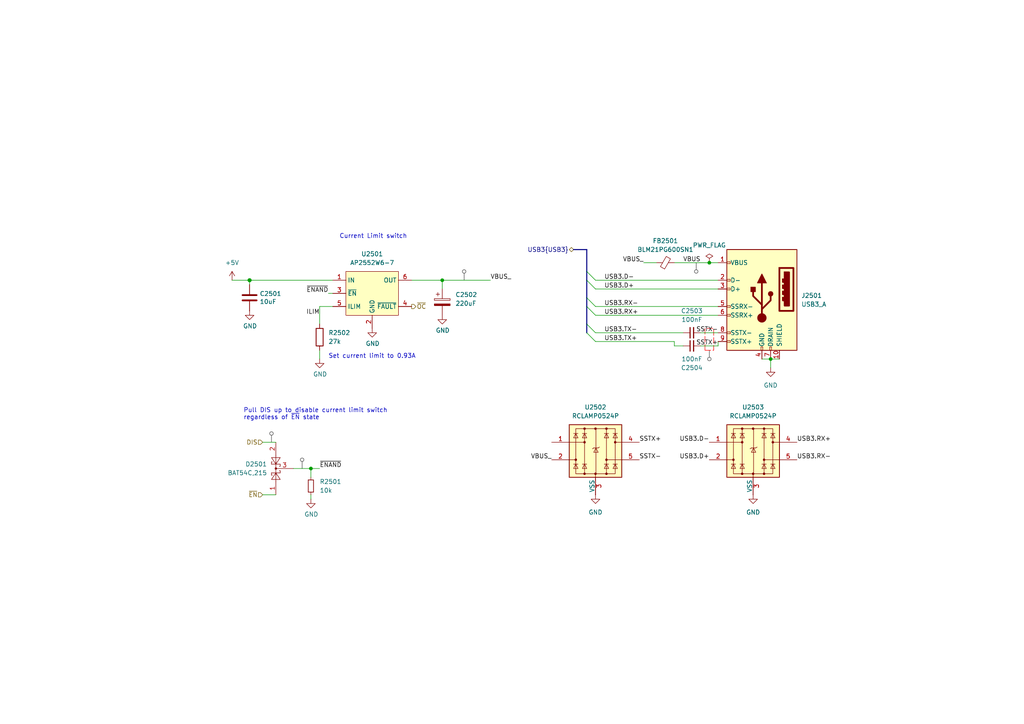
<source format=kicad_sch>
(kicad_sch (version 20250114) (generator "eeschema") (generator_version "9.0")
  (paper "A4")
  (title_block (title "HALPI2") (date "2025-01-26") (rev "v0.0.1") (company "Hat Labs Oy") (comment 1 "https://ohwr.org/cern_ohl_s_v2.pdf") (comment 2 "To view a copy of this license, visit ") (comment 3 "HALPI2 is licensed under CERN-OHL-S v2."))
  (lib_symbols
    (symbol "Connector:USB3_A" (pin_names (offset 1.016))
      (property "Reference" "J" (at -10.16 15.24 0))
      (property "Value" "USB3_A" (at 10.16 15.24 0))
      (symbol "USB3_A_0_0"
        (rectangle (start -9.144 8.636) (end -5.08 -3.81) (stroke (width 0.508)))
        (rectangle (start -7.874 7.366) (end -6.604 -2.286) (stroke (width 0.508)) (fill (type outline)))
        (rectangle (start -6.35 5.334) (end -6.096 4.572) (stroke (width 0.508)))
        (rectangle (start -6.35 3.556) (end -6.096 2.794) (stroke (width 0.508)))
        (rectangle (start -6.35 1.778) (end -6.096 1.016) (stroke (width 0.508)))
        (rectangle (start -6.35 0) (end -6.096 -0.762) (stroke (width 0.508)))
        (rectangle (start -2.794 -15.24) (end -2.286 -14.224))
        (rectangle (start -0.254 -15.24) (end 0.254 -14.224))
        (rectangle (start 10.16 10.414) (end 9.144 9.906))
        (rectangle (start 10.16 5.334) (end 9.144 4.826))
        (rectangle (start 10.16 2.794) (end 9.144 2.286))
        (rectangle (start 10.16 -2.286) (end 9.144 -2.794))
        (rectangle (start 10.16 -4.826) (end 9.144 -5.334))
        (rectangle (start 10.16 -9.906) (end 9.144 -10.414))
        (rectangle (start 10.16 -12.446) (end 9.144 -12.954))
      )
      (symbol "USB3_A_0_1"
        (rectangle (start -10.16 13.97) (end 10.16 -15.24) (stroke (width 0.254)) (fill (type background)))
      )
      (symbol "USB3_A_1_1"
        (circle (center -2.54 1.143) (radius 0.635) (stroke (width 0.254)) (fill (type outline)))
        (polyline (pts (xy -1.27 4.318) (xy 0 6.858) (xy 1.27 4.318) (xy -1.27 4.318)) (stroke (width 0.254)) (fill (type outline)))
        (polyline (pts (xy 0 -2.032) (xy 2.54 0.508) (xy 2.54 1.778)) (stroke (width 0.508)))
        (polyline (pts (xy 0 -3.302) (xy -2.54 -0.762) (xy -2.54 0.508)) (stroke (width 0.508)))
        (polyline (pts (xy 0 -5.842) (xy 0 4.318)) (stroke (width 0.508)))
        (circle (center 0 -5.842) (radius 1.27) (fill (type outline)))
        (rectangle (start 1.905 1.778) (end 3.175 3.048) (stroke (width 0.254)) (fill (type outline)))
        (pin passive line (at -5.08 -17.78 90) (length 2.54) (name "SHIELD") (number "10"))
        (pin passive line (at -2.54 -17.78 90) (length 2.54) (name "DRAIN") (number "7"))
        (pin power_in line (at 0 -17.78 90) (length 2.54) (name "GND") (number "4"))
        (pin power_in line (at 12.7 10.16 180) (length 2.54) (name "VBUS") (number "1"))
        (pin bidirectional line (at 12.7 5.08 180) (length 2.54) (name "D-") (number "2"))
        (pin bidirectional line (at 12.7 2.54 180) (length 2.54) (name "D+") (number "3"))
        (pin output line (at 12.7 -2.54 180) (length 2.54) (name "SSRX-") (number "5"))
        (pin output line (at 12.7 -5.08 180) (length 2.54) (name "SSRX+") (number "6"))
        (pin input line (at 12.7 -10.16 180) (length 2.54) (name "SSTX-") (number "8"))
        (pin input line (at 12.7 -12.7 180) (length 2.54) (name "SSTX+") (number "9"))
      )
    )
    (symbol "Device:C" (pin_numbers (hide yes)) (pin_names (offset 0.254))
      (property "Reference" "C" (at 0.635 2.54 0))
      (property "Value" "C" (at 0.635 -2.54 0))
      (symbol "C_0_1"
        (polyline (pts (xy -2.032 0.762) (xy 2.032 0.762)) (stroke (width 0.508)))
        (polyline (pts (xy -2.032 -0.762) (xy 2.032 -0.762)) (stroke (width 0.508)))
      )
      (symbol "C_1_1"
        (pin passive line (at 0 3.81 270) (length 2.794) (name "~") (number "1"))
        (pin passive line (at 0 -3.81 90) (length 2.794) (name "~") (number "2"))
      )
    )
    (symbol "Device:C_Polarized" (pin_numbers (hide yes)) (pin_names (offset 0.254))
      (property "Reference" "C" (at 0.635 2.54 0))
      (property "Value" "C_Polarized" (at 0.635 -2.54 0))
      (symbol "C_Polarized_0_1"
        (rectangle (start -2.286 0.508) (end 2.286 1.016))
        (polyline (pts (xy -1.778 2.286) (xy -0.762 2.286)))
        (polyline (pts (xy -1.27 2.794) (xy -1.27 1.778)))
        (rectangle (start 2.286 -0.508) (end -2.286 -1.016) (fill (type outline)))
      )
      (symbol "C_Polarized_1_1"
        (pin passive line (at 0 3.81 270) (length 2.794) (name "~") (number "1"))
        (pin passive line (at 0 -3.81 90) (length 2.794) (name "~") (number "2"))
      )
    )
    (symbol "Device:C_Small" (pin_numbers (hide yes)) (pin_names (offset 0.254) (hide yes))
      (property "Reference" "C" (at 0.254 1.778 0))
      (property "Value" "C_Small" (at 0.254 -2.032 0))
      (symbol "C_Small_0_1"
        (polyline (pts (xy -1.524 0.508) (xy 1.524 0.508)) (stroke (width 0.3048)))
        (polyline (pts (xy -1.524 -0.508) (xy 1.524 -0.508)) (stroke (width 0.3302)))
      )
      (symbol "C_Small_1_1"
        (pin passive line (at 0 2.54 270) (length 2.032) (name "~") (number "1"))
        (pin passive line (at 0 -2.54 90) (length 2.032) (name "~") (number "2"))
      )
    )
    (symbol "Device:FerriteBead_Small" (pin_numbers (hide yes)) (pin_names (offset 0))
      (property "Reference" "FB" (at 1.905 1.27 0))
      (property "Value" "FerriteBead_Small" (at 1.905 -1.27 0))
      (symbol "FerriteBead_Small_0_1"
        (polyline (pts (xy -1.8288 0.2794) (xy -1.1176 1.4986) (xy 1.8288 -0.2032) (xy 1.1176 -1.4224) (xy -1.8288 0.2794)))
        (polyline (pts (xy 0 0.889) (xy 0 1.2954)))
        (polyline (pts (xy 0 -1.27) (xy 0 -0.7874)))
      )
      (symbol "FerriteBead_Small_1_1"
        (pin passive line (at 0 2.54 270) (length 1.27) (name "~") (number "1"))
        (pin passive line (at 0 -2.54 90) (length 1.27) (name "~") (number "2"))
      )
    )
    (symbol "Device:R" (pin_numbers (hide yes)) (pin_names (offset 0))
      (property "Reference" "R" (at 2.032 0 90))
      (property "Value" "R" (at 0 0 90))
      (symbol "R_0_1"
        (rectangle (start -1.016 -2.54) (end 1.016 2.54) (stroke (width 0.254)))
      )
      (symbol "R_1_1"
        (pin passive line (at 0 3.81 270) (length 1.27) (name "~") (number "1"))
        (pin passive line (at 0 -3.81 90) (length 1.27) (name "~") (number "2"))
      )
    )
    (symbol "Device:R_Small" (pin_numbers (hide yes)) (pin_names (offset 0.254) (hide yes))
      (property "Reference" "R" (at 0.762 0.508 0))
      (property "Value" "R_Small" (at 0.762 -1.016 0))
      (symbol "R_Small_0_1"
        (rectangle (start -0.762 1.778) (end 0.762 -1.778) (stroke (width 0.2032)))
      )
      (symbol "R_Small_1_1"
        (pin passive line (at 0 2.54 270) (length 0.762) (name "~") (number "1"))
        (pin passive line (at 0 -2.54 90) (length 0.762) (name "~") (number "2"))
      )
    )
    (symbol "Diode:BAT54C" (pin_names (offset 1.016))
      (property "Reference" "D" (at 0.635 -3.81 0))
      (property "Value" "BAT54C" (at -6.35 3.175 0))
      (symbol "BAT54C_0_1"
        (polyline (pts (xy -3.175 -1.27) (xy -3.175 1.27) (xy -1.27 0) (xy -3.175 -1.27)))
        (polyline (pts (xy -1.905 1.27) (xy -1.905 1.016)))
        (polyline (pts (xy -1.905 0) (xy 1.905 0)))
        (polyline (pts (xy -1.27 1.27) (xy -1.905 1.27)))
        (polyline (pts (xy -1.27 1.27) (xy -1.27 -1.27)))
        (polyline (pts (xy -1.27 0) (xy -3.81 0)))
        (polyline (pts (xy -1.27 -1.27) (xy -0.635 -1.27)))
        (polyline (pts (xy -0.635 -1.27) (xy -0.635 -1.016)))
        (circle (center 0 0) (radius 0.254) (fill (type outline)))
        (polyline (pts (xy 0.635 -1.27) (xy 0.635 -1.016)))
        (polyline (pts (xy 1.27 1.27) (xy 1.27 -1.27)))
        (polyline (pts (xy 1.27 1.27) (xy 1.905 1.27)))
        (polyline (pts (xy 1.27 -1.27) (xy 0.635 -1.27)))
        (polyline (pts (xy 1.905 1.27) (xy 1.905 1.016)))
        (polyline (pts (xy 3.175 -1.27) (xy 3.175 1.27) (xy 1.27 0) (xy 3.175 -1.27)))
        (polyline (pts (xy 3.81 0) (xy 1.27 0)))
      )
      (symbol "BAT54C_1_1"
        (pin passive line (at -7.62 0 0) (length 3.81) (name "~") (number "1"))
        (pin passive line (at 0 -5.08 90) (length 5.08) (name "~") (number "3"))
        (pin passive line (at 7.62 0 180) (length 3.81) (name "~") (number "2"))
      )
    )
    (symbol "Hatlabs:AP2552"
      (property "Reference" "U" (at 0 7.62 0))
      (property "Value" "AP2552W6-7" (at 0 9.652 0))
      (symbol "AP2552_1_1"
        (rectangle (start -7.62 6.35) (end 7.62 -6.35) (fill (type background)))
        (pin power_in line (at -11.43 3.81 0) (length 3.81) (name "IN") (number "1"))
        (pin input line (at -11.43 0 0) (length 3.81) (name "~{EN}") (number "3"))
        (pin passive line (at -11.43 -3.81 0) (length 3.81) (name "ILIM") (number "5"))
        (pin power_in line (at 0 -10.16 90) (length 3.81) (name "GND") (number "2"))
        (pin power_out line (at 11.43 3.81 180) (length 3.81) (name "OUT") (number "6"))
        (pin output line (at 11.43 -3.81 180) (length 3.81) (name "~{FAULT}") (number "4"))
      )
    )
    (symbol "Hatlabs:RCLAMP0524P" (pin_names (offset 0))
      (property "Reference" "U" (at -0.635 8.89 0))
      (property "Value" "RCLAMP0524P" (at 8.89 -10.16 0))
      (symbol "RCLAMP0524P_0_0"
        (rectangle (start -5.715 6.477) (end 5.715 -6.604))
        (polyline (pts (xy -3.175 -6.604) (xy -3.175 6.477)))
        (polyline (pts (xy 0.127 6.477) (xy 0.127 -6.604)))
        (polyline (pts (xy 3.175 6.477) (xy 3.175 -6.604)))
      )
      (symbol "RCLAMP0524P_0_1"
        (polyline (pts (xy -7.747 2.54) (xy -3.175 2.54)))
        (rectangle (start -7.62 7.62) (end 7.62 -7.62) (stroke (width 0.254)) (fill (type background)))
        (polyline (pts (xy -7.62 -2.54) (xy -5.715 -2.54)))
        (circle (center -5.715 -2.54) (radius 0.2794) (fill (type outline)))
        (polyline (pts (xy -5.08 5.08) (xy -6.35 5.08)))
        (polyline (pts (xy -5.08 3.81) (xy -6.35 3.81) (xy -5.715 5.08) (xy -5.08 3.81)))
        (polyline (pts (xy -5.08 -3.81) (xy -6.35 -3.81)))
        (polyline (pts (xy -5.08 -5.08) (xy -6.35 -5.08) (xy -5.715 -3.81) (xy -5.08 -5.08)))
        (circle (center -3.175 6.477) (radius 0.2794) (fill (type outline)))
        (circle (center -3.175 2.54) (radius 0.2794) (fill (type outline)))
        (circle (center -3.175 -6.604) (radius 0.2794) (fill (type outline)))
        (polyline (pts (xy -2.54 5.08) (xy -3.81 5.08)))
        (polyline (pts (xy -2.54 3.81) (xy -3.81 3.81) (xy -3.175 5.08) (xy -2.54 3.81)))
        (polyline (pts (xy -2.54 -3.81) (xy -3.81 -3.81)))
        (polyline (pts (xy -2.54 -5.08) (xy -3.81 -5.08) (xy -3.175 -3.81) (xy -2.54 -5.08)))
        (polyline (pts (xy -0.508 0.889) (xy -0.889 0.635)))
        (circle (center 0 6.477) (radius 0.2794) (fill (type outline)))
        (polyline (pts (xy 0 -6.604) (xy 0 -7.62)))
        (circle (center 0 -6.604) (radius 0.2794) (fill (type outline)))
        (polyline (pts (xy 0.762 0.889) (xy -0.508 0.889)))
        (polyline (pts (xy 0.762 0.889) (xy 1.143 1.143)))
        (polyline (pts (xy 0.762 -0.381) (xy -0.508 -0.381) (xy 0.127 0.889) (xy 0.762 -0.381)))
        (circle (center 3.175 6.477) (radius 0.2794) (fill (type outline)))
        (circle (center 3.175 -2.54) (radius 0.2794) (fill (type outline)))
        (circle (center 3.175 -6.604) (radius 0.2794) (fill (type outline)))
        (polyline (pts (xy 3.81 5.08) (xy 2.54 5.08)))
        (polyline (pts (xy 3.81 3.81) (xy 2.54 3.81) (xy 3.175 5.08) (xy 3.81 3.81)))
        (polyline (pts (xy 3.81 -3.81) (xy 2.54 -3.81)))
        (polyline (pts (xy 3.81 -5.08) (xy 2.54 -5.08) (xy 3.175 -3.81) (xy 3.81 -5.08)))
        (circle (center 5.715 2.54) (radius 0.2794) (fill (type outline)))
        (polyline (pts (xy 6.35 5.08) (xy 5.08 5.08)))
        (polyline (pts (xy 6.35 3.81) (xy 5.08 3.81) (xy 5.715 5.08) (xy 6.35 3.81)))
        (polyline (pts (xy 6.35 -3.81) (xy 5.08 -3.81)))
        (polyline (pts (xy 6.35 -5.08) (xy 5.08 -5.08) (xy 5.715 -3.81) (xy 6.35 -5.08)))
        (polyline (pts (xy 7.62 2.54) (xy 5.715 2.54)))
        (polyline (pts (xy 7.62 -2.54) (xy 3.175 -2.54)))
      )
      (symbol "RCLAMP0524P_1_1"
        (pin passive line (at -12.7 2.54 0) (length 5.08) (name "~") (number "1"))
        (pin passive line (at -12.7 2.54 0) (length 5.08) (hide yes) (name "") (number "10"))
        (pin passive line (at -12.7 -2.54 0) (length 5.08) (name "~") (number "2"))
        (pin passive line (at -12.7 -2.54 0) (length 5.08) (hide yes) (name "") (number "9"))
        (pin power_in line (at 0 -12.7 90) (length 5.08) (name "VSS") (number "3"))
        (pin passive line (at 0 -12.7 90) (length 5.08) (hide yes) (name "VSS") (number "8"))
        (pin passive line (at 12.7 2.54 180) (length 5.08) (name "~") (number "4"))
        (pin passive line (at 12.7 2.54 180) (length 5.08) (hide yes) (name "") (number "7"))
        (pin passive line (at 12.7 -2.54 180) (length 5.08) (name "~") (number "5"))
        (pin passive line (at 12.7 -2.54 180) (length 5.08) (hide yes) (name "") (number "6"))
      )
    )
    (symbol "power:+5V" (power) (pin_numbers (hide yes)) (pin_names (offset 0) (hide yes))
      (property "Value" "+5V" (at 0 3.556 0))
      (symbol "+5V_0_1"
        (polyline (pts (xy -0.762 1.27) (xy 0 2.54)))
        (polyline (pts (xy 0 2.54) (xy 0.762 1.27)))
        (polyline (pts (xy 0 0) (xy 0 2.54)))
      )
      (symbol "+5V_1_1"
        (pin power_in line (at 0 0 90) (length 0) (name "~") (number "1"))
      )
    )
    (symbol "power:GND" (power) (pin_numbers (hide yes)) (pin_names (offset 0) (hide yes))
      (property "Value" "GND" (at 0 -3.81 0))
      (symbol "GND_0_1"
        (polyline (pts (xy 0 0) (xy 0 -1.27) (xy 1.27 -1.27) (xy 0 -2.54) (xy -1.27 -1.27) (xy 0 -1.27)))
      )
      (symbol "GND_1_1"
        (pin power_in line (at 0 0 270) (length 0) (name "~") (number "1"))
      )
    )
    (symbol "power:PWR_FLAG" (power) (pin_numbers (hide yes)) (pin_names (offset 0) (hide yes))
      (property "Value" "PWR_FLAG" (at 0 3.81 0))
      (symbol "PWR_FLAG_0_0"
        (pin power_out line (at 0 0 90) (length 0) (name "~") (number "1"))
      )
      (symbol "PWR_FLAG_0_1"
        (polyline (pts (xy 0 0) (xy 0 1.27) (xy -1.016 1.905) (xy 0 2.54) (xy 1.016 1.905) (xy 0 1.27)))
      )
    )
  )
  (text "Set current limit to 0.93A" (at 95.25 103.378 0) (effects (font (size 1.27 1.27)) (justify left)))
  (text "Pull DIS up to disable current limit switch\nregardless of ~{EN} state" (at 70.612 120.142 0) (effects (font (size 1.27 1.27)) (justify left)))
  (text "Current Limit switch" (at 118.11 69.342 0) (effects (font (size 1.27 1.27)) (justify right bottom)))
  (junction (at 128.27 81.28))
  (junction (at 223.52 104.14))
  (junction (at 90.17 135.89))
  (junction (at 72.39 81.28) (diameter 1.016))
  (junction (at 205.74 76.2))
  (bus_entry (at 170.18 96.52) (size 2.54 2.54))
  (bus_entry (at 170.18 86.36) (size 2.54 2.54))
  (bus_entry (at 170.18 88.9) (size 2.54 2.54))
  (bus_entry (at 170.18 81.28) (size 2.54 2.54))
  (bus_entry (at 170.18 93.98) (size 2.54 2.54))
  (bus_entry (at 170.18 78.74) (size 2.54 2.54))
  (wire (pts (xy 195.58 100.33) (xy 195.58 99.06)))
  (wire (pts (xy 223.52 104.14) (xy 226.06 104.14)))
  (wire (pts (xy 76.2 143.51) (xy 80.01 143.51)))
  (bus (pts (xy 170.18 72.39) (xy 170.18 78.74)))
  (wire (pts (xy 128.27 81.28) (xy 128.27 83.82)))
  (wire (pts (xy 220.98 104.14) (xy 223.52 104.14)))
  (bus (pts (xy 170.18 81.28) (xy 170.18 86.36)))
  (wire (pts (xy 203.2 96.52) (xy 208.28 96.52)))
  (wire (pts (xy 172.72 81.28) (xy 208.28 81.28)))
  (wire (pts (xy 80.01 128.27) (xy 76.2 128.27)))
  (wire (pts (xy 172.72 88.9) (xy 208.28 88.9)))
  (wire (pts (xy 95.25 85.09) (xy 96.52 85.09)))
  (wire (pts (xy 172.72 91.44) (xy 208.28 91.44)))
  (wire (pts (xy 90.17 143.51) (xy 90.17 144.78)))
  (wire (pts (xy 208.28 100.33) (xy 208.28 99.06)))
  (bus (pts (xy 170.18 88.9) (xy 170.18 93.98)))
  (bus (pts (xy 170.18 78.74) (xy 170.18 81.28)))
  (wire (pts (xy 72.39 82.55) (xy 72.39 81.28)))
  (wire (pts (xy 92.71 88.9) (xy 96.52 88.9)))
  (bus (pts (xy 170.18 86.36) (xy 170.18 88.9)))
  (bus (pts (xy 166.37 72.39) (xy 170.18 72.39)))
  (wire (pts (xy 90.17 135.89) (xy 92.71 135.89)))
  (wire (pts (xy 72.39 81.28) (xy 96.52 81.28)))
  (wire (pts (xy 223.52 104.14) (xy 223.52 106.68)))
  (wire (pts (xy 90.17 135.89) (xy 90.17 138.43)))
  (wire (pts (xy 119.38 81.28) (xy 128.27 81.28)))
  (wire (pts (xy 203.2 100.33) (xy 208.28 100.33)))
  (wire (pts (xy 186.69 76.2) (xy 190.5 76.2)))
  (wire (pts (xy 67.31 81.28) (xy 72.39 81.28)))
  (wire (pts (xy 92.71 93.98) (xy 92.71 88.9)))
  (bus (pts (xy 170.18 93.98) (xy 170.18 96.52)))
  (wire (pts (xy 195.58 99.06) (xy 172.72 99.06)))
  (wire (pts (xy 205.74 76.2) (xy 208.28 76.2)))
  (wire (pts (xy 172.72 83.82) (xy 208.28 83.82)))
  (wire (pts (xy 92.71 101.6) (xy 92.71 104.14)))
  (wire (pts (xy 85.09 135.89) (xy 90.17 135.89)))
  (wire (pts (xy 172.72 96.52) (xy 198.12 96.52)))
  (wire (pts (xy 128.27 81.28) (xy 142.24 81.28)))
  (wire (pts (xy 195.58 100.33) (xy 198.12 100.33)))
  (wire (pts (xy 195.58 76.2) (xy 205.74 76.2)))
  (label "SSTX+" (at 208.28 100.33 180))
  (label "USB3.TX-" (at 175.26 96.52 0))
  (label "SSTX-" (at 208.28 96.52 180))
  (label "VBUS_" (at 186.69 76.2 180))
  (label "SSTX+" (at 185.42 128.27 0))
  (label "~{ENAND}" (at 92.71 135.89 0))
  (label "USB3.D+" (at 205.74 133.35 180))
  (label "USB3.RX+" (at 175.26 91.44 0))
  (label "VBUS" (at 203.2 76.2 180))
  (label "SSTX-" (at 185.42 133.35 0))
  (label "USB3.RX+" (at 231.14 128.27 0))
  (label "~{ENAND}" (at 95.25 85.09 180))
  (label "USB3.D+" (at 175.26 83.82 0))
  (label "USB3.TX+" (at 175.26 99.06 0))
  (label "ILIM" (at 92.71 91.44 180))
  (label "USB3.D-" (at 175.26 81.28 0))
  (label "USB3.D-" (at 205.74 128.27 180))
  (label "VBUS_" (at 160.02 133.35 180))
  (label "USB3.RX-" (at 231.14 133.35 0))
  (label "USB3.RX-" (at 175.26 88.9 0))
  (label "VBUS_" (at 142.24 81.28 0))
  (hierarchical_label "~{EN}" (shape input) (at 76.2 143.51 180))
  (hierarchical_label "~{OC}" (shape output) (at 119.38 88.9 0))
  (hierarchical_label "USB3{USB3}" (shape bidirectional) (at 166.37 72.39 180))
  (hierarchical_label "DIS" (shape input) (at 76.2 128.27 180))
  (rule_area (polyline (pts (xy 204.47 101.6) (xy 207.01 101.6) (xy 207.01 95.25) (xy 204.47 95.25)) (stroke (width 0) (type dash))))
  (netclass_flag "" (length 2.54) (shape round) (at 201.93 76.2 180) (property "Netclass" "Power" (effects (hide yes))))
  (netclass_flag "" (length 2.54) (shape round) (at 134.62 81.28 0) (property "Netclass" "Power" (effects (hide yes))))
  (netclass_flag "" (length 2.54) (shape round) (at 78.74 128.27 0) (property "Netclass" "Digital" (effects (hide yes))))
  (netclass_flag "" (length 2.54) (shape round) (at 205.74 101.6 180) (property "Netclass" "Diff90ohm" (effects (hide yes))))
  (netclass_flag "" (length 2.54) (shape round) (at 87.63 135.89 0) (property "Netclass" "Digital" (effects (hide yes))))
  (symbol (lib_id "power:GND") (at 72.39 90.17 0) (unit 1)
    (property "Reference" "#PWR02502" (effects (hide yes)))
    (property "Value" "GND" (at 72.517 94.5642 0))
    (property "Description" "Power symbol creates a global label with name \"GND\" , ground" (effects (hide yes)))
    (instances (project "HALPI2" (path "" (reference "#PWR02502") (unit 1)) (path "" (reference "#PWR02802") (unit 1)) (path "" (reference "#PWR02902") (unit 1)) (path "" (reference "#PWR02702") (unit 1))))
  )
  (symbol (lib_id "Hatlabs:AP2552") (at 107.95 85.09 0) (unit 1)
    (property "Reference" "U2501" (at 107.95 73.66 0))
    (property "Value" "AP2552W6-7" (at 107.95 76.2 0))
    (property "Footprint" "Package_TO_SOT_SMD:SOT-23-6" (effects (hide yes)))
    (property "Datasheet" "https://www.lcsc.com/datasheet/lcsc_datasheet_2304140030_Diodes-Incorporated-AP2552W6-7_C441824.pdf" (effects (hide yes)))
    (property "Description" "2.7V~5.5V 70mΩ 2.1A 1 SOT-26 Power Distribution Switches ROHS" (effects (hide yes)))
    (property "LCSC" "C441824" (effects (hide yes)))
    (instances (project "" (path "" (reference "U2501") (unit 1)) (path "" (reference "U2801") (unit 1)) (path "" (reference "U2901") (unit 1)) (path "" (reference "U2701") (unit 1))))
  )
  (symbol (lib_id "Diode:BAT54C") (at 80.01 135.89 90) (unit 1)
    (property "Reference" "D2501" (at 77.47 134.6199 90) (effects (justify left)))
    (property "Value" "BAT54C,215" (at 77.47 137.1599 90) (effects (justify left)))
    (property "Footprint" "Package_TO_SOT_SMD:SOT-23" (effects (hide yes)))
    (property "Datasheet" "http://www.diodes.com/_files/datasheets/ds11005.pdf" (effects (hide yes)))
    (property "Description" "dual schottky barrier diode, common cathode" (effects (hide yes)))
    (property "LCSC" "C37704" (effects (hide yes)))
    (instances (project "" (path "" (reference "D2501") (unit 1)) (path "" (reference "D2801") (unit 1)) (path "" (reference "D2901") (unit 1)) (path "" (reference "D2701") (unit 1))))
  )
  (symbol (lib_id "Device:C_Polarized") (at 128.27 87.63 0) (unit 1)
    (property "Reference" "C2502" (at 132.08 85.4709 0) (effects (justify left)))
    (property "Value" "220uF" (at 132.08 88.0109 0) (effects (justify left)))
    (property "Footprint" "Capacitor_SMD:CP_Elec_6.3x7.7" (effects (hide yes)))
    (property "Description" "Polarized capacitor" (effects (hide yes)))
    (property "LCSC" "C5246526" (effects (hide yes)))
    (instances (project "" (path "" (reference "C2502") (unit 1)) (path "" (reference "C2802") (unit 1)) (path "" (reference "C2902") (unit 1)) (path "" (reference "C2702") (unit 1))))
  )
  (symbol (lib_id "power:GND") (at 128.27 91.44 0) (unit 1)
    (property "Reference" "#PWR02506" (effects (hide yes)))
    (property "Value" "GND" (at 128.397 95.8342 0))
    (property "Description" "Power symbol creates a global label with name \"GND\" , ground" (effects (hide yes)))
    (instances (project "HALPI2" (path "" (reference "#PWR02506") (unit 1)) (path "" (reference "#PWR02806") (unit 1)) (path "" (reference "#PWR02906") (unit 1)) (path "" (reference "#PWR02706") (unit 1))))
  )
  (symbol (lib_id "power:GND") (at 223.52 106.68 0) (unit 1)
    (property "Reference" "#PWR02509" (effects (hide yes)))
    (property "Value" "GND" (at 223.52 111.76 0))
    (property "Description" "Power symbol creates a global label with name \"GND\" , ground" (effects (hide yes)))
    (instances (project "HALPI2" (path "" (reference "#PWR02509") (unit 1)) (path "" (reference "#PWR02809") (unit 1)) (path "" (reference "#PWR02909") (unit 1)) (path "" (reference "#PWR02709") (unit 1))))
  )
  (symbol (lib_id "power:GND") (at 90.17 144.78 0) (unit 1)
    (property "Reference" "#PWR02503" (effects (hide yes)))
    (property "Value" "GND" (at 90.297 149.1742 0))
    (property "Description" "Power symbol creates a global label with name \"GND\" , ground" (effects (hide yes)))
    (instances (project "HALPI2" (path "" (reference "#PWR02503") (unit 1)) (path "" (reference "#PWR02803") (unit 1)) (path "" (reference "#PWR02903") (unit 1)) (path "" (reference "#PWR02703") (unit 1))))
  )
  (symbol (lib_id "power:GND") (at 172.72 143.51 0) (unit 1)
    (property "Reference" "#PWR02507" (effects (hide yes)))
    (property "Value" "GND" (at 172.72 148.59 0))
    (property "Description" "Power symbol creates a global label with name \"GND\" , ground" (effects (hide yes)))
    (instances (project "HALPI2" (path "" (reference "#PWR02507") (unit 1)) (path "" (reference "#PWR02807") (unit 1)) (path "" (reference "#PWR02907") (unit 1)) (path "" (reference "#PWR02707") (unit 1))))
  )
  (symbol (lib_id "power:+5V") (at 67.31 81.28 0) (unit 1)
    (property "Reference" "#PWR02501" (effects (hide yes)))
    (property "Value" "+5V" (at 67.31 76.2 0))
    (property "Description" "Power symbol creates a global label with name \"+5V\"" (effects (hide yes)))
    (instances (project "HALPI2" (path "" (reference "#PWR02501") (unit 1)) (path "" (reference "#PWR02801") (unit 1)) (path "" (reference "#PWR02901") (unit 1)) (path "" (reference "#PWR02701") (unit 1))))
  )
  (symbol (lib_id "Hatlabs:RCLAMP0524P") (at 218.44 130.81 0) (unit 1)
    (property "Reference" "U2503" (at 218.44 118.11 0))
    (property "Value" "RCLAMP0524P" (at 218.44 120.65 0))
    (property "Footprint" "Package_DFN_QFN:Diodes_UDFN-10_1.0x2.5mm_P0.5mm" (effects (hide yes)))
    (property "Description" "4-Channel Low Capacitance TVS Diode Array, DFN-10" (effects (hide yes)))
    (property "LCSC" "C907837" (effects (hide yes)))
    (property "Component Class" "fine_pitch" (effects (hide yes)))
    (instances (project "HALPI2" (path "" (reference "U2503") (unit 1)) (path "" (reference "U2803") (unit 1)) (path "" (reference "U2903") (unit 1)) (path "" (reference "U2703") (unit 1))))
  )
  (symbol (lib_id "power:PWR_FLAG") (at 205.74 76.2 0) (unit 1)
    (property "Reference" "#FLG02501" (effects (hide yes)))
    (property "Value" "PWR_FLAG" (at 205.74 71.12 0))
    (property "Description" "Special symbol for telling ERC where power comes from" (effects (hide yes)))
    (instances (project "" (path "" (reference "#FLG02501") (unit 1)) (path "" (reference "#FLG02801") (unit 1)) (path "" (reference "#FLG02901") (unit 1)) (path "" (reference "#FLG02701") (unit 1))))
  )
  (symbol (lib_id "Device:R") (at 92.71 97.79 180) (unit 1)
    (property "Reference" "R2502" (at 95.25 96.5199 0) (effects (justify right)))
    (property "Value" "27k" (at 95.25 99.0599 0) (effects (justify right)))
    (property "Footprint" "Resistor_SMD:R_0402_1005Metric" (effects (hide yes)))
    (property "Description" "Resistor" (effects (hide yes)))
    (property "LCSC" "C25771" (effects (hide yes)))
    (instances (project "HALPI2" (path "" (reference "R2502") (unit 1)) (path "" (reference "R2802") (unit 1)) (path "" (reference "R2902") (unit 1)) (path "" (reference "R2702") (unit 1))))
  )
  (symbol (lib_id "Device:FerriteBead_Small") (at 193.04 76.2 90) (unit 1)
    (property "Reference" "FB2501" (at 193.0019 69.85 90))
    (property "Value" "BLM21PG600SN1" (at 193.0019 72.39 90))
    (property "Footprint" "Inductor_SMD:L_0805_2012Metric" (effects (hide yes)))
    (property "Description" "Ferrite bead, small symbol" (effects (hide yes)))
    (property "LCSC" "C18305" (effects (hide yes)))
    (instances (project "HALPI2" (path "" (reference "FB2501") (unit 1)) (path "" (reference "FB2801") (unit 1)) (path "" (reference "FB2901") (unit 1)) (path "" (reference "FB2701") (unit 1))))
  )
  (symbol (lib_id "Device:C_Small") (at 200.66 96.52 90) (unit 1)
    (property "Reference" "C2503" (at 200.6663 90.17 90))
    (property "Value" "100nF" (at 200.6663 92.71 90))
    (property "Footprint" "Capacitor_SMD:C_0402_1005Metric" (effects (hide yes)))
    (property "Description" "Unpolarized capacitor, small symbol" (effects (hide yes)))
    (property "LCSC" "C1525" (effects (hide yes)))
    (instances (project "" (path "" (reference "C2503") (unit 1)) (path "" (reference "C2803") (unit 1)) (path "" (reference "C2903") (unit 1)) (path "" (reference "C2703") (unit 1))))
  )
  (symbol (lib_id "power:GND") (at 218.44 143.51 0) (unit 1)
    (property "Reference" "#PWR02508" (effects (hide yes)))
    (property "Value" "GND" (at 218.44 148.59 0))
    (property "Description" "Power symbol creates a global label with name \"GND\" , ground" (effects (hide yes)))
    (instances (project "HALPI2" (path "" (reference "#PWR02508") (unit 1)) (path "" (reference "#PWR02808") (unit 1)) (path "" (reference "#PWR02908") (unit 1)) (path "" (reference "#PWR02708") (unit 1))))
  )
  (symbol (lib_id "Connector:USB3_A") (at 220.98 86.36 0) (mirror y) (unit 1)
    (property "Reference" "J2501" (at 232.41 85.7249 0) (effects (justify right)))
    (property "Value" "USB3_A" (at 232.41 88.2649 0) (effects (justify right)))
    (property "Footprint" "Hatlabs:USB-3.0-TH_USB-302LD-ARW" (effects (hide yes)))
    (property "Description" "USB 3.0 A connector" (effects (hide yes)))
    (property "LCSC" "C2895026" (effects (hide yes)))
    (property "Component Class" "fine_pitch" (effects (hide yes)))
    (instances (project "HALPI2" (path "" (reference "J2501") (unit 1)) (path "" (reference "J2801") (unit 1)) (path "" (reference "J2901") (unit 1)) (path "" (reference "J2701") (unit 1))))
  )
  (symbol (lib_id "Device:C_Small") (at 200.66 100.33 90) (mirror x) (unit 1)
    (property "Reference" "C2504" (at 200.6663 106.68 90))
    (property "Value" "100nF" (at 200.6663 104.14 90))
    (property "Footprint" "Capacitor_SMD:C_0402_1005Metric" (effects (hide yes)))
    (property "Description" "Unpolarized capacitor, small symbol" (effects (hide yes)))
    (property "LCSC" "C1525" (effects (hide yes)))
    (instances (project "HALPI2" (path "" (reference "C2504") (unit 1)) (path "" (reference "C2804") (unit 1)) (path "" (reference "C2904") (unit 1)) (path "" (reference "C2704") (unit 1))))
  )
  (symbol (lib_id "Hatlabs:RCLAMP0524P") (at 172.72 130.81 0) (unit 1)
    (property "Reference" "U2502" (at 172.72 118.11 0))
    (property "Value" "RCLAMP0524P" (at 172.72 120.65 0))
    (property "Footprint" "Package_DFN_QFN:Diodes_UDFN-10_1.0x2.5mm_P0.5mm" (effects (hide yes)))
    (property "Description" "4-Channel Low Capacitance TVS Diode Array, DFN-10" (effects (hide yes)))
    (property "LCSC" "C907837" (effects (hide yes)))
    (property "Component Class" "fine_pitch" (effects (hide yes)))
    (instances (project "HALPI2" (path "" (reference "U2502") (unit 1)) (path "" (reference "U2802") (unit 1)) (path "" (reference "U2902") (unit 1)) (path "" (reference "U2702") (unit 1))))
  )
  (symbol (lib_id "Device:C") (at 72.39 86.36 0) (unit 1)
    (property "Reference" "C2501" (at 75.311 85.1916 0) (effects (justify left)))
    (property "Value" "10uF" (at 75.311 87.503 0) (effects (justify left)))
    (property "Footprint" "Capacitor_SMD:C_0805_2012Metric" (effects (hide yes)))
    (property "Description" "Unpolarized capacitor" (effects (hide yes)))
    (property "LCSC" "C15850" (effects (hide yes)))
    (instances (project "HALPI2" (path "" (reference "C2501") (unit 1)) (path "" (reference "C2801") (unit 1)) (path "" (reference "C2901") (unit 1)) (path "" (reference "C2701") (unit 1))))
  )
  (symbol (lib_id "power:GND") (at 107.95 95.25 0) (unit 1)
    (property "Reference" "#PWR02505" (effects (hide yes)))
    (property "Value" "GND" (at 108.077 99.6442 0))
    (property "Description" "Power symbol creates a global label with name \"GND\" , ground" (effects (hide yes)))
    (instances (project "HALPI2" (path "" (reference "#PWR02505") (unit 1)) (path "" (reference "#PWR02805") (unit 1)) (path "" (reference "#PWR02905") (unit 1)) (path "" (reference "#PWR02705") (unit 1))))
  )
  (symbol (lib_id "Device:R_Small") (at 90.17 140.97 0) (unit 1)
    (property "Reference" "R2501" (at 92.71 139.6999 0) (effects (justify left)))
    (property "Value" "10k" (at 92.71 142.2399 0) (effects (justify left)))
    (property "Footprint" "Resistor_SMD:R_0402_1005Metric" (effects (hide yes)))
    (property "Description" "Resistor, small symbol" (effects (hide yes)))
    (property "LCSC" "C25744" (effects (hide yes)))
    (instances (project "" (path "" (reference "R2501") (unit 1)) (path "" (reference "R2801") (unit 1)) (path "" (reference "R2901") (unit 1)) (path "" (reference "R2701") (unit 1))))
  )
  (symbol (lib_id "power:GND") (at 92.71 104.14 0) (unit 1)
    (property "Reference" "#PWR02504" (effects (hide yes)))
    (property "Value" "GND" (at 92.837 108.5342 0))
    (property "Description" "Power symbol creates a global label with name \"GND\" , ground" (effects (hide yes)))
    (instances (project "HALPI2" (path "" (reference "#PWR02504") (unit 1)) (path "" (reference "#PWR02804") (unit 1)) (path "" (reference "#PWR02904") (unit 1)) (path "" (reference "#PWR02704") (unit 1))))
  )
)
</source>
